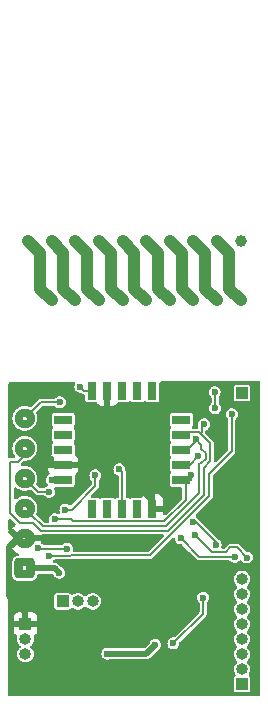
<source format=gbr>
%TF.GenerationSoftware,KiCad,Pcbnew,8.0.8-8.0.8-0~ubuntu22.04.1*%
%TF.CreationDate,2025-02-17T16:41:44+01:00*%
%TF.ProjectId,HB_Stamp_IO_ATMega1284P_FUEL4EP,48425f53-7461-46d7-905f-494f5f41544d,1.5*%
%TF.SameCoordinates,Original*%
%TF.FileFunction,Copper,L2,Bot*%
%TF.FilePolarity,Positive*%
%FSLAX46Y46*%
G04 Gerber Fmt 4.6, Leading zero omitted, Abs format (unit mm)*
G04 Created by KiCad (PCBNEW 8.0.8-8.0.8-0~ubuntu22.04.1) date 2025-02-17 16:41:44*
%MOMM*%
%LPD*%
G01*
G04 APERTURE LIST*
G04 Aperture macros list*
%AMFreePoly0*
4,1,48,0.039158,0.847433,0.114805,0.827164,0.182628,0.788006,0.238006,0.732628,0.277164,0.664805,0.297433,0.589158,0.300000,0.550000,0.300000,-0.550000,0.297433,-0.589158,0.277164,-0.664805,0.238006,-0.732628,0.182628,-0.788006,0.114805,-0.827164,0.039158,-0.847433,0.000000,-0.850000,-1.100000,-0.850000,-1.139158,-0.847433,-1.214805,-0.827164,-1.282628,-0.788006,-1.338006,-0.732628,
-1.377164,-0.664805,-1.397433,-0.589158,-1.400000,-0.550000,-1.400000,0.000000,-0.705291,0.000000,-0.684486,-0.077646,-0.627646,-0.134486,-0.550000,-0.155291,-0.472354,-0.134486,-0.415514,-0.077646,-0.394709,0.000000,-0.415514,0.077645,-0.472354,0.134486,-0.550000,0.155291,-0.627645,0.134486,-0.684486,0.077645,-0.705291,0.000000,-1.400000,0.000000,-1.400000,0.550000,-1.397433,0.589158,
-1.377164,0.664805,-1.338006,0.732628,-1.282628,0.788006,-1.214805,0.827164,-1.139158,0.847433,-1.100000,0.850000,0.000000,0.850000,0.039158,0.847433,0.039158,0.847433,$1*%
%AMFreePoly1*
4,1,49,0.262664,1.358398,0.425000,1.286122,0.568761,1.181673,0.687664,1.049617,0.776514,0.895726,0.831425,0.726725,0.850000,0.550000,0.831425,0.373275,0.776514,0.204274,0.687664,0.050383,0.568761,-0.081673,0.425000,-0.186122,0.262664,-0.258398,0.088849,-0.295344,0.052363,-0.295344,0.052094,-0.295442,-0.052094,-0.295442,-0.052363,-0.295344,-0.088849,-0.295344,-0.262664,-0.258398,
-0.425000,-0.186122,-0.568761,-0.081673,-0.687664,0.050383,-0.776514,0.204274,-0.831425,0.373275,-0.850000,0.550000,-0.155291,0.550000,-0.134486,0.472354,-0.077646,0.415514,0.000000,0.394709,0.077646,0.415514,0.134486,0.472354,0.155291,0.550000,0.134486,0.627645,0.077646,0.684486,0.000000,0.705291,-0.077645,0.684486,-0.134486,0.627645,-0.155291,0.550000,-0.850000,0.550000,
-0.831425,0.726725,-0.776514,0.895726,-0.687664,1.049617,-0.568761,1.181673,-0.425000,1.286122,-0.262664,1.358398,-0.088849,1.395344,0.088849,1.395344,0.262664,1.358398,0.262664,1.358398,$1*%
G04 Aperture macros list end*
%TA.AperFunction,EtchedComponent*%
%ADD10C,1.000000*%
%TD*%
%TA.AperFunction,ComponentPad*%
%ADD11R,1.000000X1.000000*%
%TD*%
%TA.AperFunction,ComponentPad*%
%ADD12O,1.000000X1.000000*%
%TD*%
%TA.AperFunction,ComponentPad*%
%ADD13C,1.000000*%
%TD*%
%TA.AperFunction,SMDPad,CuDef*%
%ADD14R,1.500000X0.800000*%
%TD*%
%TA.AperFunction,SMDPad,CuDef*%
%ADD15R,0.800000X1.500000*%
%TD*%
%TA.AperFunction,SMDPad,CuDef*%
%ADD16C,0.600000*%
%TD*%
%TA.AperFunction,SMDPad,CuDef*%
%ADD17FreePoly0,0.000000*%
%TD*%
%TA.AperFunction,SMDPad,CuDef*%
%ADD18FreePoly1,0.000000*%
%TD*%
%TA.AperFunction,ViaPad*%
%ADD19C,0.600000*%
%TD*%
%TA.AperFunction,Conductor*%
%ADD20C,0.500000*%
%TD*%
%TA.AperFunction,Conductor*%
%ADD21C,0.200000*%
%TD*%
G04 APERTURE END LIST*
D10*
%TO.C,AE1*%
X2049000Y38861500D02*
X3049000Y37861500D01*
X3049000Y37861500D02*
X3049000Y34861500D01*
X3049000Y34861500D02*
X4049000Y33861500D01*
X4049000Y38861500D02*
X5049000Y37861500D01*
X5049000Y37861500D02*
X5049000Y34861500D01*
X5049000Y34861500D02*
X6049000Y33861500D01*
X6049000Y38861500D02*
X7049000Y37861500D01*
X7049000Y37861500D02*
X7049000Y34861500D01*
X7049000Y34861500D02*
X8049000Y33861500D01*
X8049000Y38861500D02*
X9049000Y37861500D01*
X9049000Y37861500D02*
X9049000Y34861500D01*
X9049000Y34861500D02*
X10049000Y33861500D01*
X10049000Y38861500D02*
X11049000Y37861500D01*
X11049000Y37861500D02*
X11049000Y34861500D01*
X11049000Y34861500D02*
X12049000Y33861500D01*
X12049000Y38861500D02*
X13049000Y37861500D01*
X13049000Y37861500D02*
X13049000Y34861500D01*
X13049000Y34861500D02*
X14049000Y33861500D01*
X14049000Y38861500D02*
X15049000Y37861500D01*
X15049000Y37861500D02*
X15049000Y34861500D01*
X15049000Y34861500D02*
X16049000Y33861500D01*
X16049000Y38861500D02*
X17049000Y37861500D01*
X17049000Y37861500D02*
X17049000Y34861500D01*
X17049000Y34861500D02*
X18049000Y33861500D01*
X18049000Y38861500D02*
X19049000Y37861500D01*
X19049000Y37861500D02*
X19049000Y34861500D01*
X19049000Y34861500D02*
X20049000Y33861500D01*
%TD*%
D11*
%TO.P,J1,1,Pin_1*%
%TO.N,GND*%
X1828800Y6451600D03*
D12*
%TO.P,J1,2,Pin_2*%
%TO.N,VCC*%
X1828800Y5181600D03*
%TO.P,J1,3,Pin_3*%
%TO.N,/plusBAT*%
X1828800Y3911600D03*
%TD*%
D13*
%TO.P,AE1,*%
%TO.N,*%
X2049000Y38861500D03*
X4049000Y38861500D03*
X4049000Y33861500D03*
X6049000Y38861500D03*
X6049000Y33861500D03*
X8049000Y38861500D03*
X8049000Y33861500D03*
X10049000Y38861500D03*
X10049000Y33861500D03*
X12049000Y38861500D03*
X12049000Y33861500D03*
X14049000Y38861500D03*
X14049000Y33861500D03*
X16049000Y38861500D03*
X16049000Y33861500D03*
X18049000Y38861500D03*
X18049000Y33861500D03*
X20049000Y38861500D03*
X20049000Y33861500D03*
%TD*%
D11*
%TO.P,J5,1,Pin_1*%
%TO.N,/C3*%
X4978400Y8382000D03*
D12*
%TO.P,J5,2,Pin_2*%
%TO.N,/C4*%
X6248400Y8382000D03*
%TO.P,J5,3,Pin_3*%
%TO.N,/C5*%
X7518400Y8382000D03*
%TD*%
D11*
%TO.P,J6,1,Pin_1*%
%TO.N,/B3*%
X20167600Y26009600D03*
%TD*%
%TO.P,J4,1,Pin_1*%
%TO.N,/A7*%
X20167600Y1371600D03*
D12*
%TO.P,J4,2,Pin_2*%
%TO.N,/A6*%
X20167600Y2641600D03*
%TO.P,J4,3,Pin_3*%
%TO.N,/A5*%
X20167600Y3911600D03*
%TO.P,J4,4,Pin_4*%
%TO.N,/A4*%
X20167600Y5181600D03*
%TO.P,J4,5,Pin_5*%
%TO.N,/SCL*%
X20167600Y6451600D03*
%TO.P,J4,6,Pin_6*%
%TO.N,/SDA*%
X20167600Y7721600D03*
%TO.P,J4,7,Pin_7*%
%TO.N,/A3*%
X20167600Y8991600D03*
%TO.P,J4,8,Pin_8*%
%TO.N,/A2*%
X20167600Y10261600D03*
%TD*%
D14*
%TO.P,Module1,1A,SCK*%
%TO.N,/SCK*%
X15033000Y18669000D03*
D15*
%TO.P,Module1,1B,ANT*%
%TO.N,/ANT*%
X7493000Y26209000D03*
D14*
%TO.P,Module1,1C,VCC*%
%TO.N,VCC*%
X5033000Y18669000D03*
D15*
%TO.P,Module1,1D,GD02*%
%TO.N,unconnected-(Module1-GD02-Pad1D)*%
X7493000Y16209000D03*
D14*
%TO.P,Module1,2A,~{CSN}*%
%TO.N,/SS*%
X15033000Y19939000D03*
D15*
%TO.P,Module1,2B,GND*%
%TO.N,GND*%
X8763000Y26209000D03*
D14*
%TO.P,Module1,2C,GND*%
X5033000Y19939000D03*
D15*
%TO.P,Module1,2D,NC*%
%TO.N,unconnected-(Module1-NC-Pad2D)*%
X8763000Y16209000D03*
D14*
%TO.P,Module1,3A,MOSI*%
%TO.N,/MOSI*%
X15033000Y21209000D03*
D15*
%TO.P,Module1,3B,NC*%
%TO.N,unconnected-(Module1-NC-Pad3B)*%
X10033000Y26209000D03*
D14*
%TO.P,Module1,3C,NC*%
%TO.N,unconnected-(Module1-NC-Pad3C)*%
X5033000Y21209000D03*
D15*
%TO.P,Module1,3D,GD00*%
%TO.N,/D2*%
X10033000Y16209000D03*
D14*
%TO.P,Module1,4A,MISO/GD01*%
%TO.N,/MISO*%
X15033000Y22479000D03*
D15*
%TO.P,Module1,4B,NC*%
%TO.N,unconnected-(Module1-NC-Pad4B)*%
X11303000Y26209000D03*
D14*
%TO.P,Module1,4C,NC*%
%TO.N,unconnected-(Module1-NC-Pad4C)*%
X5033000Y22479000D03*
D15*
%TO.P,Module1,4D,NC*%
%TO.N,unconnected-(Module1-NC-Pad4D)*%
X11303000Y16209000D03*
D14*
%TO.P,Module1,5A,NC*%
%TO.N,unconnected-(Module1-NC-Pad5A)*%
X15033000Y23749000D03*
D15*
%TO.P,Module1,5B,NC*%
%TO.N,unconnected-(Module1-NC-Pad5B)*%
X12573000Y26209000D03*
D14*
%TO.P,Module1,5C,NC*%
%TO.N,unconnected-(Module1-NC-Pad5C)*%
X5033000Y23749000D03*
D15*
%TO.P,Module1,5D,GND*%
%TO.N,GND*%
X12573000Y16209000D03*
%TD*%
D16*
%TO.P,J3,1,Pin_1*%
%TO.N,VCC*%
X1228000Y11176000D03*
X1778000Y10626000D03*
X1778000Y11726000D03*
D17*
X2328000Y11176000D03*
D16*
%TO.P,J3,2,Pin_2*%
%TO.N,GND*%
X1228000Y13716000D03*
D18*
X1778000Y13166000D03*
D16*
X1778000Y14266000D03*
X2328000Y13716000D03*
%TO.P,J3,3,Pin_3*%
%TO.N,/MOSI*%
X1228000Y16256000D03*
D18*
X1778000Y15706000D03*
D16*
X1778000Y16806000D03*
X2328000Y16256000D03*
%TO.P,J3,4,Pin_4*%
%TO.N,/SCK*%
X1228000Y18796000D03*
D18*
X1778000Y18246000D03*
D16*
X1778000Y19346000D03*
X2328000Y18796000D03*
%TO.P,J3,5,Pin_5*%
%TO.N,/MISO*%
X1228000Y21336000D03*
D18*
X1778000Y20786000D03*
D16*
X1778000Y21886000D03*
X2328000Y21336000D03*
%TO.P,J3,6,Pin_6*%
%TO.N,/RSETB*%
X1228000Y23876000D03*
D18*
X1778000Y23326000D03*
D16*
X1778000Y24426000D03*
X2328000Y23876000D03*
%TD*%
D19*
%TO.N,GND*%
X11957454Y13615936D03*
X14224000Y16891000D03*
X12943781Y10146292D03*
X3979911Y20404089D03*
X12700000Y8382000D03*
X6259600Y13081000D03*
X11811000Y19558000D03*
X19431000Y19177000D03*
X5969000Y11684000D03*
X11747500Y17716500D03*
X2413000Y25527000D03*
X9271000Y13716000D03*
X6350000Y23622000D03*
X4345247Y16549501D03*
X12700000Y7239000D03*
X11811000Y22352000D03*
%TO.N,/SS*%
X16474855Y20670249D03*
%TO.N,/D2*%
X9779000Y19558000D03*
%TO.N,/SCL*%
X16044911Y15070089D03*
X17932400Y13157200D03*
%TO.N,/SDA*%
X16154400Y14020800D03*
X20574000Y12090400D03*
%TO.N,/MOSI*%
X16282502Y22098000D03*
%TO.N,/SCK*%
X4318000Y15350001D03*
X3827500Y17653000D03*
X15875355Y19048111D03*
%TO.N,/MISO*%
X16964502Y23368000D03*
%TO.N,VCC*%
X4699000Y10795000D03*
X4064001Y18668999D03*
%TO.N,/plusBAT*%
X14351000Y4826000D03*
X16865600Y8686800D03*
X12828000Y4700000D03*
X8763000Y3937000D03*
%TO.N,/CONFIG*%
X19558000Y12141200D03*
X14986000Y13716000D03*
%TO.N,/RSETB*%
X3859055Y12227500D03*
X19304922Y24235517D03*
X4734500Y25237500D03*
%TO.N,/TXD0*%
X2923399Y12866436D03*
X7747000Y19050000D03*
X5210925Y16153427D03*
X5334000Y12827000D03*
%TO.N,/ANT*%
X6477000Y26543000D03*
%TO.N,/B3*%
X17881600Y24739598D03*
X17847833Y26090400D03*
%TD*%
D20*
%TO.N,GND*%
X3979911Y20212089D02*
X3979911Y20404089D01*
X464200Y12952200D02*
X1228000Y13716000D01*
X5449000Y11291000D02*
X5449000Y10484339D01*
X5588000Y11430000D02*
X5842000Y11684000D01*
X464200Y8806800D02*
X464200Y12952200D01*
X478000Y9876000D02*
X464200Y9889800D01*
X5033000Y19939000D02*
X4253000Y19939000D01*
X5009661Y10045000D02*
X4388339Y10045000D01*
X5588000Y11430000D02*
X5588000Y10541000D01*
X11857390Y13716000D02*
X9271000Y13716000D01*
X4253000Y19939000D02*
X3979911Y20212089D01*
X5588000Y11430000D02*
X5449000Y11291000D01*
X5842000Y11684000D02*
X5969000Y11684000D01*
X12573000Y16209000D02*
X12573000Y16891000D01*
X1778000Y7493000D02*
X464200Y8806800D01*
X1778000Y7493000D02*
X1778000Y6502400D01*
X4388339Y10045000D02*
X4219339Y9876000D01*
X11957454Y13615936D02*
X11857390Y13716000D01*
X12573000Y16891000D02*
X11747500Y17716500D01*
X2328000Y13716000D02*
X9271000Y13716000D01*
X5449000Y10484339D02*
X5009661Y10045000D01*
X464200Y9889800D02*
X464200Y12952200D01*
X4219339Y9876000D02*
X478000Y9876000D01*
D21*
%TO.N,/SS*%
X15305207Y19939000D02*
X15743606Y19939000D01*
X15743606Y19939000D02*
X16474855Y20670249D01*
%TO.N,/D2*%
X10033000Y19304000D02*
X9779000Y19558000D01*
X10033000Y16209000D02*
X10033000Y19304000D01*
%TO.N,/SCL*%
X18034000Y13335000D02*
X18034000Y13258800D01*
X18034000Y13335000D02*
X16298911Y15070089D01*
X18034000Y13258800D02*
X17932400Y13157200D01*
X16298911Y15070089D02*
X16044911Y15070089D01*
%TO.N,/SDA*%
X19187161Y12943600D02*
X19720800Y12943600D01*
X19720800Y12943600D02*
X20574000Y12090400D01*
X17634000Y12541200D02*
X18784761Y12541200D01*
X18784761Y12541200D02*
X19187161Y12943600D01*
X16154400Y14020800D02*
X17634000Y12541200D01*
%TO.N,/MOSI*%
X3283499Y14750501D02*
X2328000Y15706000D01*
X16282502Y22098000D02*
X16723177Y21657325D01*
X17074355Y20918571D02*
X17074355Y20421927D01*
X16723177Y21269749D02*
X17074355Y20918571D01*
X16723177Y21657325D02*
X16723177Y21269749D01*
X13734501Y14750501D02*
X3283499Y14750501D01*
X16510000Y17526000D02*
X13734501Y14750501D01*
X17074355Y20421927D02*
X16723177Y20070749D01*
X16723177Y20070749D02*
X16600571Y20070749D01*
X16510000Y19980178D02*
X16510000Y17526000D01*
X2328000Y15706000D02*
X2328000Y16256000D01*
X16256000Y22098000D02*
X16282502Y22098000D01*
X16600571Y20070749D02*
X16510000Y19980178D01*
X16256000Y21952000D02*
X16256000Y22098000D01*
X15513000Y21209000D02*
X16256000Y21952000D01*
%TO.N,/SCK*%
X15383000Y18669000D02*
X15383000Y16963980D01*
X2921000Y17653000D02*
X3827500Y17653000D01*
X13569022Y15150002D02*
X5853780Y15150002D01*
X5853780Y15150002D02*
X5653781Y15350001D01*
X5653781Y15350001D02*
X4318000Y15350001D01*
X15875000Y18669000D02*
X15033000Y18669000D01*
X15383000Y16963980D02*
X13569022Y15150002D01*
X15875355Y19048111D02*
X15875355Y18669355D01*
X15875355Y18669355D02*
X15875000Y18669000D01*
X2921000Y17653000D02*
X2328000Y18246000D01*
X2328000Y18246000D02*
X1778000Y18246000D01*
%TO.N,/MISO*%
X17473856Y21754468D02*
X17473856Y20256448D01*
X17473856Y20256448D02*
X16909501Y19692093D01*
X15251500Y22697500D02*
X16530824Y22697500D01*
X16764000Y23368000D02*
X16964502Y23368000D01*
X13899980Y14351000D02*
X3118020Y14351000D01*
X558800Y15824200D02*
X558800Y20186000D01*
X16909501Y19692093D02*
X16909501Y17360521D01*
X16764000Y22733000D02*
X16764000Y23368000D01*
X16629662Y22598662D02*
X17473856Y21754468D01*
X1178000Y20186000D02*
X1778000Y20786000D01*
X16530824Y22697500D02*
X16629662Y22598662D01*
X16629662Y22598662D02*
X16764000Y22733000D01*
X558800Y20186000D02*
X1178000Y20186000D01*
X1397000Y14986000D02*
X558800Y15824200D01*
X2483020Y14986000D02*
X1397000Y14986000D01*
X3118020Y14351000D02*
X2483020Y14986000D01*
X16909501Y17360521D02*
X13899980Y14351000D01*
D20*
%TO.N,VCC*%
X2328000Y11176000D02*
X4318000Y11176000D01*
X4318000Y11176000D02*
X4699000Y10795000D01*
X5033000Y18669000D02*
X4064001Y18668999D01*
D21*
%TO.N,/plusBAT*%
X14351000Y4826000D02*
X16865600Y7340600D01*
D20*
X8763000Y3937000D02*
X12065000Y3937000D01*
X12065000Y3937000D02*
X12828000Y4700000D01*
D21*
X16865600Y7340600D02*
X16865600Y8686800D01*
%TO.N,/CONFIG*%
X19557998Y12141198D02*
X19558000Y12141200D01*
X16560802Y12141198D02*
X19557998Y12141198D01*
X14986000Y13716000D02*
X16560802Y12141198D01*
%TO.N,/RSETB*%
X5664388Y12283500D02*
X12397460Y12283500D01*
X3139500Y25237500D02*
X2328000Y24426000D01*
X2328000Y24426000D02*
X1778000Y24426000D01*
X17399000Y19190040D02*
X19304922Y21095962D01*
X3859055Y12227500D02*
X5608388Y12227500D01*
X5608388Y12227500D02*
X5664388Y12283500D01*
X17399000Y17285040D02*
X17399000Y19190040D01*
X19304922Y21095962D02*
X19304922Y24235517D01*
X3139500Y25237500D02*
X4734500Y25237500D01*
X12397460Y12283500D02*
X17399000Y17285040D01*
%TO.N,/TXD0*%
X7747000Y18161000D02*
X7747000Y19050000D01*
X5210925Y16153427D02*
X5739427Y16153427D01*
X5334000Y12827000D02*
X2962835Y12827000D01*
X5739427Y16153427D02*
X7747000Y18161000D01*
X2962835Y12827000D02*
X2923399Y12866436D01*
%TO.N,/ANT*%
X7493000Y26209000D02*
X6811000Y26209000D01*
X6811000Y26209000D02*
X6477000Y26543000D01*
%TO.N,/B3*%
X17881600Y26056633D02*
X17881600Y24739598D01*
X17847833Y26090400D02*
X17881600Y26056633D01*
%TD*%
%TA.AperFunction,Conductor*%
%TO.N,GND*%
G36*
X21658489Y27030649D02*
G01*
X21705300Y26977271D01*
X21717000Y26924247D01*
X21717000Y507000D01*
X21696998Y438879D01*
X21643342Y392386D01*
X21591000Y381000D01*
X507000Y381000D01*
X438879Y401002D01*
X392386Y454658D01*
X381000Y507000D01*
X381000Y6197600D01*
X820800Y6197600D01*
X820800Y5903002D01*
X827305Y5842506D01*
X878355Y5705635D01*
X878355Y5705634D01*
X965895Y5588695D01*
X1082836Y5501154D01*
X1084211Y5500404D01*
X1085318Y5499296D01*
X1090052Y5495753D01*
X1089542Y5495072D01*
X1134413Y5450201D01*
X1149503Y5380826D01*
X1144499Y5358112D01*
X1145483Y5357870D01*
X1143659Y5350471D01*
X1123155Y5181602D01*
X1123155Y5181597D01*
X1143659Y5012728D01*
X1203979Y4853674D01*
X1203981Y4853670D01*
X1300615Y4713672D01*
X1382745Y4640912D01*
X1420470Y4580768D01*
X1419690Y4509775D01*
X1382745Y4452288D01*
X1373226Y4443855D01*
X1309615Y4387500D01*
X1300615Y4379527D01*
X1203981Y4239529D01*
X1203979Y4239525D01*
X1143659Y4080471D01*
X1123155Y3911602D01*
X1123155Y3911597D01*
X1143659Y3742728D01*
X1203979Y3583674D01*
X1203981Y3583670D01*
X1300616Y3443671D01*
X1300618Y3443669D01*
X1427942Y3330870D01*
X1427948Y3330865D01*
X1578574Y3251810D01*
X1578578Y3251808D01*
X1743740Y3211100D01*
X1743744Y3211100D01*
X1913859Y3211100D01*
X2079021Y3251808D01*
X2079025Y3251810D01*
X2229651Y3330865D01*
X2229657Y3330870D01*
X2356981Y3443669D01*
X2356983Y3443671D01*
X2453618Y3583670D01*
X2453620Y3583674D01*
X2513940Y3742728D01*
X2534445Y3911597D01*
X2534445Y3911602D01*
X2531361Y3937000D01*
X8257353Y3937000D01*
X8277835Y3794543D01*
X8337623Y3663626D01*
X8431873Y3554855D01*
X8552946Y3477047D01*
X8691039Y3436500D01*
X8834961Y3436500D01*
X8981700Y3479586D01*
X8982160Y3478017D01*
X9021162Y3486500D01*
X12124308Y3486500D01*
X12124309Y3486500D01*
X12214673Y3510713D01*
X12214673Y3510712D01*
X12238880Y3517199D01*
X12238881Y3517199D01*
X12238887Y3517201D01*
X12238889Y3517202D01*
X12238891Y3517203D01*
X12341610Y3576508D01*
X12341616Y3576513D01*
X12559646Y3794543D01*
X12968733Y4203630D01*
X13022329Y4235430D01*
X13038053Y4240047D01*
X13159126Y4317855D01*
X13165751Y4325500D01*
X13253377Y4426627D01*
X13313165Y4557543D01*
X13333647Y4700000D01*
X13315531Y4826000D01*
X13845353Y4826000D01*
X13865835Y4683543D01*
X13925623Y4552626D01*
X14019873Y4443855D01*
X14140946Y4366047D01*
X14279039Y4325500D01*
X14422961Y4325500D01*
X14561053Y4366047D01*
X14682126Y4443855D01*
X14689433Y4452287D01*
X14776377Y4552627D01*
X14836165Y4683543D01*
X14856647Y4826000D01*
X14855482Y4834099D01*
X14865580Y4904371D01*
X14891103Y4941132D01*
X17106054Y7156082D01*
X17106062Y7156092D01*
X17122936Y7185319D01*
X17145621Y7224611D01*
X17166100Y7301038D01*
X17166100Y8222314D01*
X17186102Y8290435D01*
X17196875Y8304826D01*
X17290976Y8413426D01*
X17290977Y8413427D01*
X17350765Y8544343D01*
X17371247Y8686800D01*
X17350765Y8829257D01*
X17290977Y8960173D01*
X17196728Y9068943D01*
X17075653Y9146753D01*
X16937561Y9187300D01*
X16793639Y9187300D01*
X16655547Y9146753D01*
X16595009Y9107848D01*
X16534473Y9068944D01*
X16534472Y9068943D01*
X16440223Y8960173D01*
X16389876Y8849928D01*
X16380435Y8829256D01*
X16359953Y8686800D01*
X16380435Y8544343D01*
X16440223Y8413426D01*
X16534325Y8304826D01*
X16563818Y8240245D01*
X16565100Y8222314D01*
X16565100Y7517261D01*
X16545098Y7449140D01*
X16528195Y7428166D01*
X14463434Y5363405D01*
X14401122Y5329379D01*
X14374339Y5326500D01*
X14279039Y5326500D01*
X14140947Y5285953D01*
X14080409Y5247048D01*
X14019873Y5208144D01*
X14019872Y5208143D01*
X13925623Y5099373D01*
X13868081Y4973373D01*
X13865835Y4968456D01*
X13845353Y4826000D01*
X13315531Y4826000D01*
X13313165Y4842457D01*
X13253377Y4973373D01*
X13159128Y5082143D01*
X13038053Y5159953D01*
X12899961Y5200500D01*
X12756039Y5200500D01*
X12617947Y5159953D01*
X12557409Y5121048D01*
X12496873Y5082144D01*
X12402623Y4973373D01*
X12402621Y4973370D01*
X12360246Y4880583D01*
X12334728Y4843831D01*
X11915302Y4424405D01*
X11852990Y4390379D01*
X11826207Y4387500D01*
X9021162Y4387500D01*
X8982160Y4395982D01*
X8981700Y4394414D01*
X8834961Y4437500D01*
X8691039Y4437500D01*
X8552947Y4396953D01*
X8542718Y4390379D01*
X8431873Y4319144D01*
X8431872Y4319143D01*
X8337623Y4210373D01*
X8278299Y4080471D01*
X8277835Y4079456D01*
X8257353Y3937000D01*
X2531361Y3937000D01*
X2513940Y4080471D01*
X2453620Y4239525D01*
X2453618Y4239529D01*
X2453618Y4239530D01*
X2356983Y4379529D01*
X2274851Y4452290D01*
X2237128Y4512431D01*
X2237908Y4583423D01*
X2274851Y4640909D01*
X2356983Y4713671D01*
X2453618Y4853670D01*
X2455984Y4859907D01*
X2513940Y5012728D01*
X2534445Y5181597D01*
X2534445Y5181602D01*
X2513940Y5350472D01*
X2512117Y5357871D01*
X2514936Y5358566D01*
X2510500Y5415878D01*
X2544159Y5478388D01*
X2573393Y5500406D01*
X2574762Y5501153D01*
X2691704Y5588695D01*
X2779244Y5705634D01*
X2779244Y5705635D01*
X2830294Y5842506D01*
X2836799Y5903002D01*
X2836800Y5903014D01*
X2836800Y6197600D01*
X2034418Y6197600D01*
X2088864Y6252046D01*
X2131651Y6326155D01*
X2153800Y6408813D01*
X2153800Y6494387D01*
X2131651Y6577045D01*
X2088864Y6651154D01*
X2034418Y6705600D01*
X2082800Y6705600D01*
X2836800Y6705600D01*
X2836800Y7000185D01*
X2836799Y7000197D01*
X2830294Y7060693D01*
X2779244Y7197564D01*
X2779244Y7197565D01*
X2691704Y7314504D01*
X2574765Y7402044D01*
X2437893Y7453094D01*
X2377397Y7459599D01*
X2377385Y7459600D01*
X2082800Y7459600D01*
X2082800Y6705600D01*
X2034418Y6705600D01*
X2028354Y6711664D01*
X1954245Y6754451D01*
X1871587Y6776600D01*
X1786013Y6776600D01*
X1703355Y6754451D01*
X1629246Y6711664D01*
X1568736Y6651154D01*
X1525949Y6577045D01*
X1503800Y6494387D01*
X1503800Y6408813D01*
X1525949Y6326155D01*
X1568736Y6252046D01*
X1623182Y6197600D01*
X820800Y6197600D01*
X381000Y6197600D01*
X381000Y7000197D01*
X820800Y7000197D01*
X820800Y6705600D01*
X1574800Y6705600D01*
X1574800Y7459600D01*
X1280215Y7459600D01*
X1280202Y7459599D01*
X1219706Y7453094D01*
X1082835Y7402044D01*
X1082834Y7402044D01*
X965895Y7314504D01*
X878355Y7197565D01*
X878355Y7197564D01*
X827305Y7060693D01*
X820800Y7000197D01*
X381000Y7000197D01*
X381000Y8901750D01*
X4277900Y8901750D01*
X4277900Y7862249D01*
X4289532Y7803771D01*
X4289533Y7803768D01*
X4333848Y7737448D01*
X4400168Y7693133D01*
X4400171Y7693132D01*
X4458649Y7681500D01*
X4458652Y7681500D01*
X5498150Y7681500D01*
X5556628Y7693132D01*
X5556631Y7693133D01*
X5622952Y7737448D01*
X5653023Y7782452D01*
X5707499Y7827980D01*
X5777942Y7836829D01*
X5841336Y7806768D01*
X5847541Y7801270D01*
X5847548Y7801265D01*
X5998174Y7722210D01*
X5998178Y7722208D01*
X6163340Y7681500D01*
X6163344Y7681500D01*
X6333459Y7681500D01*
X6498621Y7722208D01*
X6498625Y7722210D01*
X6649251Y7801265D01*
X6649257Y7801270D01*
X6776581Y7914069D01*
X6776584Y7914072D01*
X6779706Y7918595D01*
X6834866Y7963293D01*
X6905435Y7971074D01*
X6969008Y7939468D01*
X6987094Y7918595D01*
X6990215Y7914072D01*
X6990218Y7914069D01*
X7117542Y7801270D01*
X7117548Y7801265D01*
X7268174Y7722210D01*
X7268178Y7722208D01*
X7433340Y7681500D01*
X7433344Y7681500D01*
X7603459Y7681500D01*
X7768621Y7722208D01*
X7768625Y7722210D01*
X7919251Y7801265D01*
X7919257Y7801270D01*
X8046581Y7914069D01*
X8046583Y7914071D01*
X8143218Y8054070D01*
X8143220Y8054074D01*
X8203540Y8213128D01*
X8224045Y8381997D01*
X8224045Y8382002D01*
X8203540Y8550871D01*
X8143220Y8709925D01*
X8143218Y8709929D01*
X8143218Y8709930D01*
X8046583Y8849929D01*
X7919252Y8962734D01*
X7768625Y9041790D01*
X7603456Y9082500D01*
X7433344Y9082500D01*
X7433340Y9082499D01*
X7268178Y9041791D01*
X7268176Y9041790D01*
X7268175Y9041790D01*
X7153393Y8981547D01*
X7117548Y8962734D01*
X7117542Y8962729D01*
X7077252Y8927035D01*
X6990217Y8849929D01*
X6987095Y8845406D01*
X6931939Y8800708D01*
X6861371Y8792924D01*
X6797796Y8824528D01*
X6779706Y8845404D01*
X6776583Y8849929D01*
X6649252Y8962734D01*
X6498625Y9041790D01*
X6333456Y9082500D01*
X6163344Y9082500D01*
X6163340Y9082499D01*
X5998178Y9041791D01*
X5998176Y9041790D01*
X5998175Y9041790D01*
X5883393Y8981547D01*
X5847548Y8962734D01*
X5847542Y8962729D01*
X5841340Y8957235D01*
X5777087Y8927035D01*
X5706707Y8936367D01*
X5653026Y8981543D01*
X5622952Y9026552D01*
X5556631Y9070867D01*
X5498148Y9082500D01*
X4458652Y9082500D01*
X4400169Y9070867D01*
X4333848Y9026552D01*
X4291202Y8962729D01*
X4289533Y8960231D01*
X4289532Y8960228D01*
X4277900Y8901750D01*
X381000Y8901750D01*
X381000Y12939434D01*
X398977Y13000661D01*
X397140Y13002456D01*
X381000Y13064155D01*
X381000Y13182894D01*
X401002Y13251015D01*
X423553Y13270555D01*
X423449Y13270660D01*
X868789Y13715999D01*
X868787Y13716001D01*
X1587210Y13716001D01*
X1587210Y13715999D01*
X1777999Y13525209D01*
X1778000Y13525210D01*
X1778000Y13906790D01*
X1777999Y13906790D01*
X1587210Y13716001D01*
X868787Y13716001D01*
X427342Y14157445D01*
X407772Y14171452D01*
X381542Y14237425D01*
X381000Y14249104D01*
X381000Y14367842D01*
X400384Y14433861D01*
X387930Y14451352D01*
X381000Y14492563D01*
X381000Y15272837D01*
X401002Y15340958D01*
X454658Y15387451D01*
X524932Y15397555D01*
X589512Y15368061D01*
X596096Y15361932D01*
X966644Y14991383D01*
X1000669Y14929071D01*
X995604Y14858255D01*
X953057Y14801420D01*
X951608Y14800351D01*
X904571Y14766178D01*
X824875Y14694419D01*
X705309Y14561625D01*
X642278Y14474871D01*
X642274Y14474864D01*
X621467Y14438827D01*
X621468Y14438827D01*
X653830Y14471189D01*
X716142Y14505215D01*
X786957Y14500150D01*
X832020Y14471189D01*
X1227999Y14075210D01*
X1228000Y14075210D01*
X1623978Y14471189D01*
X1686291Y14505214D01*
X1757106Y14500150D01*
X1764560Y14495360D01*
X1798094Y14495360D01*
X1816142Y14505215D01*
X1886957Y14500150D01*
X1932020Y14471189D01*
X2433208Y13970000D01*
X3119375Y13970000D01*
X3146739Y14003793D01*
X3205152Y14044146D01*
X3244660Y14050500D01*
X13435299Y14050500D01*
X13503420Y14030498D01*
X13549913Y13976842D01*
X13560017Y13906568D01*
X13530523Y13841988D01*
X13524394Y13835405D01*
X12309894Y12620905D01*
X12247582Y12586879D01*
X12220799Y12584000D01*
X5950121Y12584000D01*
X5882000Y12604002D01*
X5835507Y12657658D01*
X5825403Y12727931D01*
X5826790Y12737580D01*
X5839647Y12827000D01*
X5819165Y12969457D01*
X5759377Y13100373D01*
X5665128Y13209143D01*
X5544053Y13286953D01*
X5405961Y13327500D01*
X5262039Y13327500D01*
X5123947Y13286953D01*
X5098595Y13270660D01*
X5002873Y13209144D01*
X5002872Y13209143D01*
X4970150Y13171379D01*
X4969811Y13170988D01*
X4910085Y13132604D01*
X4874586Y13127500D01*
X3416985Y13127500D01*
X3348864Y13147502D01*
X3321761Y13170987D01*
X3282489Y13216309D01*
X3254527Y13248579D01*
X3168926Y13303591D01*
X3122435Y13357243D01*
X3112330Y13427517D01*
X3113802Y13435786D01*
X3119374Y13462000D01*
X2433210Y13462000D01*
X1932021Y12960810D01*
X1869708Y12926785D01*
X1798893Y12931849D01*
X1791438Y12936640D01*
X1757906Y12936640D01*
X1739857Y12926784D01*
X1669042Y12931849D01*
X1623978Y12960810D01*
X1228000Y13356790D01*
X832021Y12960810D01*
X769708Y12926785D01*
X698893Y12931849D01*
X653830Y12960810D01*
X621468Y12993171D01*
X621467Y12993170D01*
X642273Y12957135D01*
X642274Y12957134D01*
X705309Y12870374D01*
X824875Y12737580D01*
X904573Y12665820D01*
X1049126Y12560797D01*
X1142009Y12507172D01*
X1222350Y12471401D01*
X1276446Y12425420D01*
X1297094Y12357493D01*
X1277741Y12289185D01*
X1224530Y12242184D01*
X1187546Y12231373D01*
X1135318Y12224498D01*
X1059018Y12204054D01*
X1009454Y12183524D01*
X1009442Y12183517D01*
X941048Y12144030D01*
X941042Y12144026D01*
X898494Y12111377D01*
X898485Y12111370D01*
X898479Y12111364D01*
X898472Y12111358D01*
X842641Y12055527D01*
X842634Y12055519D01*
X842630Y12055515D01*
X842624Y12055508D01*
X842622Y12055505D01*
X809973Y12012957D01*
X809969Y12012951D01*
X776007Y11954126D01*
X770476Y11944546D01*
X749946Y11894982D01*
X729502Y11818682D01*
X729502Y11818680D01*
X729499Y11818668D01*
X722500Y11765500D01*
X722500Y11186034D01*
X722353Y11183993D01*
X722352Y11168036D01*
X722500Y11165968D01*
X722500Y10586499D01*
X729499Y10533331D01*
X729502Y10533319D01*
X749945Y10457020D01*
X770477Y10407452D01*
X770482Y10407442D01*
X809969Y10339048D01*
X809973Y10339042D01*
X842622Y10296494D01*
X842641Y10296472D01*
X898472Y10240641D01*
X898494Y10240622D01*
X941042Y10207973D01*
X941048Y10207969D01*
X1009442Y10168482D01*
X1009452Y10168477D01*
X1059020Y10147945D01*
X1107392Y10134984D01*
X1135318Y10127502D01*
X1135320Y10127501D01*
X1135331Y10127499D01*
X1188499Y10120500D01*
X1188504Y10120500D01*
X2367500Y10120500D01*
X2420668Y10127499D01*
X2420677Y10127501D01*
X2420682Y10127502D01*
X2476532Y10142466D01*
X2496979Y10147945D01*
X2496980Y10147945D01*
X2496982Y10147946D01*
X2546546Y10168476D01*
X2546552Y10168479D01*
X2546557Y10168482D01*
X2614951Y10207969D01*
X2614957Y10207973D01*
X2657505Y10240622D01*
X2657508Y10240624D01*
X2657515Y10240630D01*
X2657519Y10240634D01*
X2657527Y10240641D01*
X2678488Y10261602D01*
X19461955Y10261602D01*
X19461955Y10261597D01*
X19482459Y10092728D01*
X19542779Y9933674D01*
X19542781Y9933670D01*
X19639415Y9793672D01*
X19721545Y9720912D01*
X19759270Y9660768D01*
X19758490Y9589775D01*
X19721545Y9532288D01*
X19639415Y9459527D01*
X19542781Y9319529D01*
X19542779Y9319525D01*
X19482459Y9160471D01*
X19461955Y8991602D01*
X19461955Y8991597D01*
X19482459Y8822728D01*
X19542779Y8663674D01*
X19542781Y8663670D01*
X19639415Y8523672D01*
X19721545Y8450912D01*
X19759270Y8390768D01*
X19758490Y8319775D01*
X19721545Y8262288D01*
X19639415Y8189527D01*
X19542781Y8049529D01*
X19542779Y8049525D01*
X19482459Y7890471D01*
X19461955Y7721602D01*
X19461955Y7721597D01*
X19482459Y7552728D01*
X19542779Y7393674D01*
X19542781Y7393670D01*
X19639415Y7253672D01*
X19721545Y7180912D01*
X19759270Y7120768D01*
X19758490Y7049775D01*
X19721545Y6992288D01*
X19639415Y6919527D01*
X19542781Y6779529D01*
X19542779Y6779525D01*
X19482459Y6620471D01*
X19461955Y6451602D01*
X19461955Y6451597D01*
X19482459Y6282728D01*
X19542779Y6123674D01*
X19542781Y6123670D01*
X19639415Y5983672D01*
X19721545Y5910912D01*
X19759270Y5850768D01*
X19758490Y5779775D01*
X19721545Y5722288D01*
X19639415Y5649527D01*
X19542781Y5509529D01*
X19542779Y5509525D01*
X19482459Y5350471D01*
X19461955Y5181602D01*
X19461955Y5181597D01*
X19482459Y5012728D01*
X19542779Y4853674D01*
X19542781Y4853670D01*
X19639415Y4713672D01*
X19721545Y4640912D01*
X19759270Y4580768D01*
X19758490Y4509775D01*
X19721545Y4452288D01*
X19712026Y4443855D01*
X19648415Y4387500D01*
X19639415Y4379527D01*
X19542781Y4239529D01*
X19542779Y4239525D01*
X19482459Y4080471D01*
X19461955Y3911602D01*
X19461955Y3911597D01*
X19482459Y3742728D01*
X19542779Y3583674D01*
X19542781Y3583670D01*
X19639415Y3443672D01*
X19721545Y3370912D01*
X19759270Y3310768D01*
X19758490Y3239775D01*
X19721545Y3182288D01*
X19639415Y3109527D01*
X19542781Y2969529D01*
X19542779Y2969525D01*
X19482459Y2810471D01*
X19461955Y2641602D01*
X19461955Y2641597D01*
X19482459Y2472728D01*
X19542779Y2313674D01*
X19542781Y2313670D01*
X19604430Y2224357D01*
X19626666Y2156932D01*
X19608919Y2088189D01*
X19570737Y2048017D01*
X19523048Y2016152D01*
X19523047Y2016151D01*
X19478733Y1949831D01*
X19478732Y1949828D01*
X19467100Y1891350D01*
X19467100Y851849D01*
X19478732Y793371D01*
X19478733Y793368D01*
X19523048Y727048D01*
X19589368Y682733D01*
X19589371Y682732D01*
X19647849Y671100D01*
X19647852Y671100D01*
X20687350Y671100D01*
X20745828Y682732D01*
X20745831Y682733D01*
X20812152Y727048D01*
X20856467Y793369D01*
X20868100Y851852D01*
X20868100Y1891348D01*
X20856467Y1949831D01*
X20812152Y2016152D01*
X20764460Y2048018D01*
X20718936Y2102492D01*
X20710087Y2172935D01*
X20730769Y2224357D01*
X20792418Y2313670D01*
X20792420Y2313674D01*
X20852740Y2472728D01*
X20873245Y2641597D01*
X20873245Y2641602D01*
X20852740Y2810471D01*
X20792420Y2969525D01*
X20792418Y2969529D01*
X20792418Y2969530D01*
X20695783Y3109529D01*
X20613651Y3182290D01*
X20575928Y3242431D01*
X20576708Y3313423D01*
X20613651Y3370909D01*
X20695783Y3443671D01*
X20792418Y3583670D01*
X20822742Y3663627D01*
X20852740Y3742728D01*
X20873245Y3911597D01*
X20873245Y3911602D01*
X20852740Y4080471D01*
X20792420Y4239525D01*
X20792418Y4239529D01*
X20792418Y4239530D01*
X20695783Y4379529D01*
X20613651Y4452290D01*
X20575928Y4512431D01*
X20576708Y4583423D01*
X20613651Y4640909D01*
X20695783Y4713671D01*
X20792418Y4853670D01*
X20794784Y4859907D01*
X20852740Y5012728D01*
X20873245Y5181597D01*
X20873245Y5181602D01*
X20852740Y5350471D01*
X20849842Y5358112D01*
X20792418Y5509530D01*
X20695783Y5649529D01*
X20613651Y5722290D01*
X20575928Y5782431D01*
X20576708Y5853423D01*
X20613651Y5910909D01*
X20695783Y5983671D01*
X20792418Y6123670D01*
X20793530Y6126600D01*
X20852740Y6282728D01*
X20873245Y6451597D01*
X20873245Y6451602D01*
X20852740Y6620471D01*
X20820455Y6705600D01*
X20792418Y6779530D01*
X20695783Y6919529D01*
X20613651Y6992290D01*
X20575928Y7052431D01*
X20576708Y7123423D01*
X20613651Y7180909D01*
X20695783Y7253671D01*
X20792418Y7393670D01*
X20805501Y7428166D01*
X20852740Y7552728D01*
X20873245Y7721597D01*
X20873245Y7721602D01*
X20852740Y7890471D01*
X20792420Y8049525D01*
X20792418Y8049529D01*
X20792418Y8049530D01*
X20695783Y8189529D01*
X20613651Y8262290D01*
X20575928Y8322431D01*
X20576708Y8393423D01*
X20613651Y8450909D01*
X20695783Y8523671D01*
X20792418Y8663670D01*
X20852740Y8822728D01*
X20862335Y8901750D01*
X20873245Y8991597D01*
X20873245Y8991602D01*
X20852740Y9160471D01*
X20842565Y9187300D01*
X20792418Y9319530D01*
X20695783Y9459529D01*
X20613651Y9532290D01*
X20575928Y9592431D01*
X20576708Y9663423D01*
X20613651Y9720909D01*
X20695783Y9793671D01*
X20792418Y9933670D01*
X20852740Y10092728D01*
X20866733Y10207969D01*
X20873245Y10261597D01*
X20873245Y10261602D01*
X20852740Y10430471D01*
X20842672Y10457018D01*
X20805379Y10555353D01*
X20792420Y10589525D01*
X20792418Y10589529D01*
X20792418Y10589530D01*
X20695783Y10729529D01*
X20568452Y10842334D01*
X20417825Y10921390D01*
X20252656Y10962100D01*
X20082544Y10962100D01*
X20082540Y10962099D01*
X19917378Y10921391D01*
X19917376Y10921390D01*
X19917375Y10921390D01*
X19766748Y10842334D01*
X19766742Y10842329D01*
X19639418Y10729530D01*
X19639416Y10729528D01*
X19542781Y10589529D01*
X19542779Y10589525D01*
X19482459Y10430471D01*
X19461955Y10261602D01*
X2678488Y10261602D01*
X2713358Y10296472D01*
X2713364Y10296479D01*
X2713370Y10296485D01*
X2746028Y10339045D01*
X2785524Y10407454D01*
X2806054Y10457018D01*
X2826498Y10533318D01*
X2833500Y10586504D01*
X2833500Y10599500D01*
X2853502Y10667621D01*
X2907158Y10714114D01*
X2959500Y10725500D01*
X4079206Y10725500D01*
X4147327Y10705498D01*
X4168304Y10688593D01*
X4205732Y10651163D01*
X4231247Y10614414D01*
X4273622Y10521627D01*
X4273623Y10521626D01*
X4367873Y10412855D01*
X4488946Y10335047D01*
X4627039Y10294500D01*
X4770961Y10294500D01*
X4909053Y10335047D01*
X5030126Y10412855D01*
X5124376Y10521626D01*
X5124377Y10521627D01*
X5184165Y10652543D01*
X5204647Y10795000D01*
X5184165Y10937457D01*
X5124377Y11068373D01*
X5030128Y11177143D01*
X4909053Y11254953D01*
X4893332Y11259568D01*
X4839733Y11291368D01*
X4594614Y11536489D01*
X4491887Y11595799D01*
X4467673Y11602286D01*
X4377309Y11626500D01*
X4275428Y11626500D01*
X4207307Y11646502D01*
X4160814Y11700158D01*
X4150710Y11770432D01*
X4180204Y11835012D01*
X4187813Y11842622D01*
X4203891Y11861177D01*
X4223245Y11883512D01*
X4282970Y11921896D01*
X4318469Y11927000D01*
X5647953Y11927000D01*
X5724374Y11947477D01*
X5756662Y11966119D01*
X5819662Y11983000D01*
X12437025Y11983000D01*
X12513445Y12003477D01*
X12513448Y12003478D01*
X12513449Y12003479D01*
X12581971Y12043040D01*
X12637920Y12098989D01*
X14274026Y13735095D01*
X14336338Y13769121D01*
X14407153Y13764056D01*
X14463989Y13721509D01*
X14487838Y13663932D01*
X14500833Y13573549D01*
X14500835Y13573543D01*
X14560623Y13442626D01*
X14654873Y13333855D01*
X14775946Y13256047D01*
X14914039Y13215500D01*
X15009338Y13215500D01*
X15077459Y13195498D01*
X15098433Y13178595D01*
X15716232Y12560797D01*
X16320342Y11956687D01*
X16348316Y11928713D01*
X16376289Y11900739D01*
X16376292Y11900737D01*
X16444816Y11861175D01*
X16521236Y11840698D01*
X16521240Y11840698D01*
X16600364Y11840698D01*
X19098588Y11840698D01*
X19166709Y11820696D01*
X19193810Y11797212D01*
X19201800Y11787992D01*
X19226873Y11759055D01*
X19347946Y11681247D01*
X19486039Y11640700D01*
X19629961Y11640700D01*
X19768053Y11681247D01*
X19889126Y11759055D01*
X19894711Y11765500D01*
X19949286Y11828483D01*
X20009011Y11866867D01*
X20080008Y11866867D01*
X20139734Y11828484D01*
X20146339Y11819662D01*
X20242873Y11708255D01*
X20363946Y11630447D01*
X20502039Y11589900D01*
X20645961Y11589900D01*
X20784053Y11630447D01*
X20905126Y11708255D01*
X20956503Y11767547D01*
X20999377Y11817027D01*
X21059165Y11947943D01*
X21079647Y12090400D01*
X21059165Y12232857D01*
X20999377Y12363773D01*
X20905128Y12472543D01*
X20784053Y12550353D01*
X20645961Y12590900D01*
X20550661Y12590900D01*
X20482540Y12610902D01*
X20461565Y12627805D01*
X20205543Y12883827D01*
X19905311Y13184060D01*
X19890764Y13192458D01*
X19883326Y13196753D01*
X19883322Y13196754D01*
X19883310Y13196762D01*
X19836789Y13223621D01*
X19760362Y13244100D01*
X19226723Y13244100D01*
X19147599Y13244100D01*
X19071173Y13223622D01*
X19071168Y13223619D01*
X19046097Y13209144D01*
X19002650Y13184060D01*
X18697193Y12878603D01*
X18634883Y12844580D01*
X18608100Y12841700D01*
X18534599Y12841700D01*
X18466478Y12861702D01*
X18419985Y12915358D01*
X18409881Y12985632D01*
X18415820Y13005864D01*
X18415026Y13006098D01*
X18417562Y13014736D01*
X18417565Y13014743D01*
X18438047Y13157200D01*
X18417565Y13299657D01*
X18357777Y13430573D01*
X18263528Y13539343D01*
X18250014Y13548026D01*
X18229042Y13564927D01*
X18218511Y13575460D01*
X16502984Y15290985D01*
X16477471Y15327732D01*
X16470288Y15343462D01*
X16376039Y15452232D01*
X16273270Y15518277D01*
X16226781Y15571928D01*
X16216676Y15642202D01*
X16246169Y15706783D01*
X16252299Y15713367D01*
X17639454Y17100522D01*
X17639462Y17100532D01*
X17669466Y17152500D01*
X17679022Y17169052D01*
X17699500Y17245478D01*
X17699500Y17324602D01*
X17699500Y19013378D01*
X17719502Y19081499D01*
X17736405Y19102473D01*
X19545376Y20911444D01*
X19545384Y20911454D01*
X19584941Y20979969D01*
X19584944Y20979974D01*
X19605422Y21056400D01*
X19605422Y21135524D01*
X19605422Y23771031D01*
X19625424Y23839152D01*
X19636197Y23853543D01*
X19730298Y23962143D01*
X19730299Y23962144D01*
X19790087Y24093060D01*
X19810569Y24235517D01*
X19790087Y24377974D01*
X19730299Y24508890D01*
X19636050Y24617660D01*
X19514975Y24695470D01*
X19376883Y24736017D01*
X19232961Y24736017D01*
X19094869Y24695470D01*
X19066764Y24677408D01*
X18973795Y24617661D01*
X18973794Y24617660D01*
X18879545Y24508890D01*
X18819757Y24377974D01*
X18805620Y24279645D01*
X18799275Y24235517D01*
X18819757Y24093060D01*
X18879545Y23962143D01*
X18973647Y23853543D01*
X19003140Y23788962D01*
X19004422Y23771031D01*
X19004422Y21272623D01*
X18984420Y21204502D01*
X18967517Y21183528D01*
X17989451Y20205462D01*
X17927139Y20171436D01*
X17856324Y20176501D01*
X17799488Y20219048D01*
X17774677Y20285568D01*
X17774356Y20294557D01*
X17774356Y21794029D01*
X17774355Y21794032D01*
X17767939Y21817981D01*
X17753880Y21870448D01*
X17753878Y21870456D01*
X17714316Y21938979D01*
X17093823Y22559470D01*
X17059800Y22621781D01*
X17061213Y22681173D01*
X17064500Y22693438D01*
X17064500Y22772562D01*
X17064500Y22781409D01*
X17084502Y22849530D01*
X17138158Y22896023D01*
X17154999Y22902304D01*
X17174550Y22908045D01*
X17174552Y22908046D01*
X17174555Y22908047D01*
X17251087Y22957231D01*
X17295629Y22985856D01*
X17323484Y23018002D01*
X17389879Y23094627D01*
X17449667Y23225543D01*
X17470149Y23368000D01*
X17449667Y23510457D01*
X17389879Y23641373D01*
X17295630Y23750143D01*
X17174555Y23827953D01*
X17036463Y23868500D01*
X16892541Y23868500D01*
X16754449Y23827953D01*
X16693911Y23789048D01*
X16633375Y23750144D01*
X16539125Y23641373D01*
X16479337Y23510456D01*
X16479335Y23510451D01*
X16466817Y23423386D01*
X16463809Y23408718D01*
X16463499Y23407563D01*
X16463225Y23405480D01*
X16462218Y23391389D01*
X16458855Y23367999D01*
X16462218Y23344607D01*
X16463500Y23326678D01*
X16463500Y23124000D01*
X16443498Y23055879D01*
X16389842Y23009386D01*
X16337500Y22998000D01*
X16025295Y22998000D01*
X15957174Y23018002D01*
X15910681Y23071658D01*
X15900577Y23141932D01*
X15923536Y23192204D01*
X15920657Y23194129D01*
X15948718Y23236125D01*
X15971867Y23270769D01*
X15983500Y23329252D01*
X15983500Y24168748D01*
X15971867Y24227231D01*
X15927552Y24293552D01*
X15861231Y24337867D01*
X15802748Y24349500D01*
X14263252Y24349500D01*
X14204769Y24337867D01*
X14138448Y24293552D01*
X14099670Y24235517D01*
X14094133Y24227231D01*
X14094132Y24227228D01*
X14082500Y24168750D01*
X14082500Y23329249D01*
X14094132Y23270771D01*
X14094133Y23270768D01*
X14138450Y23204444D01*
X14139800Y23203095D01*
X14141802Y23199427D01*
X14145343Y23194129D01*
X14144868Y23193812D01*
X14173826Y23140783D01*
X14168761Y23069968D01*
X14139800Y23024905D01*
X14138450Y23023555D01*
X14094133Y22957231D01*
X14094132Y22957228D01*
X14082500Y22898750D01*
X14082500Y22059249D01*
X14094132Y22000771D01*
X14094133Y22000768D01*
X14138450Y21934444D01*
X14139800Y21933095D01*
X14141802Y21929427D01*
X14145343Y21924129D01*
X14144868Y21923812D01*
X14173826Y21870783D01*
X14168761Y21799968D01*
X14139800Y21754905D01*
X14138450Y21753555D01*
X14094133Y21687231D01*
X14094132Y21687228D01*
X14082500Y21628750D01*
X14082500Y20789249D01*
X14094132Y20730771D01*
X14094133Y20730768D01*
X14138450Y20664444D01*
X14139800Y20663095D01*
X14141802Y20659427D01*
X14145343Y20654129D01*
X14144868Y20653812D01*
X14173826Y20600783D01*
X14168761Y20529968D01*
X14139800Y20484905D01*
X14138450Y20483555D01*
X14094133Y20417231D01*
X14094132Y20417228D01*
X14082500Y20358750D01*
X14082500Y19519249D01*
X14094132Y19460771D01*
X14094133Y19460768D01*
X14138450Y19394444D01*
X14139800Y19393095D01*
X14141802Y19389427D01*
X14145343Y19384129D01*
X14144868Y19383812D01*
X14173826Y19330783D01*
X14168761Y19259968D01*
X14139800Y19214905D01*
X14138450Y19213555D01*
X14094133Y19147231D01*
X14094132Y19147228D01*
X14082500Y19088750D01*
X14082500Y18249249D01*
X14094132Y18190771D01*
X14094133Y18190768D01*
X14138448Y18124448D01*
X14204768Y18080133D01*
X14204771Y18080132D01*
X14263249Y18068500D01*
X14263252Y18068500D01*
X14956500Y18068500D01*
X15024621Y18048498D01*
X15071114Y17994842D01*
X15082500Y17942500D01*
X15082500Y17140641D01*
X15062498Y17072520D01*
X15045595Y17051546D01*
X13696095Y15702046D01*
X13633783Y15668020D01*
X13562968Y15673085D01*
X13506132Y15715632D01*
X13481321Y15782152D01*
X13481000Y15791141D01*
X13481000Y15955000D01*
X12699000Y15955000D01*
X12630879Y15975002D01*
X12584386Y16028658D01*
X12573000Y16081000D01*
X12573000Y16209000D01*
X12445000Y16209000D01*
X12376879Y16229002D01*
X12330386Y16282658D01*
X12319000Y16335000D01*
X12319000Y16463000D01*
X12827000Y16463000D01*
X13481000Y16463000D01*
X13481000Y17007585D01*
X13480999Y17007597D01*
X13474494Y17068093D01*
X13423444Y17204964D01*
X13423444Y17204965D01*
X13335904Y17321904D01*
X13218965Y17409444D01*
X13082093Y17460494D01*
X13021597Y17466999D01*
X13021585Y17467000D01*
X12827000Y17467000D01*
X12827000Y16463000D01*
X12319000Y16463000D01*
X12319000Y17467000D01*
X12124415Y17467000D01*
X12124402Y17466999D01*
X12063906Y17460494D01*
X11927035Y17409444D01*
X11927034Y17409444D01*
X11810095Y17321904D01*
X11726318Y17209991D01*
X11669482Y17167444D01*
X11625450Y17159500D01*
X10883252Y17159500D01*
X10824769Y17147867D01*
X10789755Y17124471D01*
X10758444Y17103549D01*
X10757095Y17102200D01*
X10753427Y17100197D01*
X10748129Y17096657D01*
X10747812Y17097131D01*
X10694783Y17068174D01*
X10623968Y17073239D01*
X10578905Y17102200D01*
X10577555Y17103549D01*
X10577553Y17103550D01*
X10577552Y17103552D01*
X10511231Y17147867D01*
X10452748Y17159500D01*
X10452747Y17159500D01*
X10447161Y17160050D01*
X10381327Y17186626D01*
X10340311Y17244577D01*
X10333500Y17285444D01*
X10333500Y19343562D01*
X10333499Y19343565D01*
X10313023Y19419982D01*
X10313022Y19419982D01*
X10313021Y19419989D01*
X10296221Y19449086D01*
X10279483Y19518078D01*
X10280620Y19529997D01*
X10284647Y19558000D01*
X10264165Y19700457D01*
X10204377Y19831373D01*
X10110128Y19940143D01*
X9989053Y20017953D01*
X9850961Y20058500D01*
X9707039Y20058500D01*
X9568947Y20017953D01*
X9509771Y19979923D01*
X9447873Y19940144D01*
X9447872Y19940143D01*
X9353623Y19831373D01*
X9304546Y19723909D01*
X9293835Y19700456D01*
X9273353Y19558000D01*
X9293835Y19415543D01*
X9353623Y19284626D01*
X9447873Y19175855D01*
X9568946Y19098047D01*
X9641999Y19076597D01*
X9701725Y19038213D01*
X9731218Y18973632D01*
X9732500Y18955701D01*
X9732500Y17285444D01*
X9712498Y17217323D01*
X9658842Y17170830D01*
X9618839Y17160050D01*
X9613252Y17159500D01*
X9554769Y17147867D01*
X9519755Y17124471D01*
X9488444Y17103549D01*
X9487095Y17102200D01*
X9483427Y17100197D01*
X9478129Y17096657D01*
X9477812Y17097131D01*
X9424783Y17068174D01*
X9353968Y17073239D01*
X9308905Y17102200D01*
X9307555Y17103549D01*
X9307553Y17103550D01*
X9307552Y17103552D01*
X9241231Y17147867D01*
X9182748Y17159500D01*
X8343252Y17159500D01*
X8284769Y17147867D01*
X8249755Y17124471D01*
X8218444Y17103549D01*
X8217095Y17102200D01*
X8213427Y17100197D01*
X8208129Y17096657D01*
X8207812Y17097131D01*
X8154783Y17068174D01*
X8083968Y17073239D01*
X8038905Y17102200D01*
X8037555Y17103549D01*
X8037553Y17103550D01*
X8037552Y17103552D01*
X7971231Y17147867D01*
X7912748Y17159500D01*
X7912747Y17159500D01*
X7474661Y17159500D01*
X7406540Y17179502D01*
X7360047Y17233158D01*
X7349943Y17303432D01*
X7379437Y17368012D01*
X7385552Y17374581D01*
X7987460Y17976489D01*
X7999283Y17996967D01*
X8027021Y18045011D01*
X8027956Y18048498D01*
X8047499Y18121434D01*
X8047500Y18121438D01*
X8047500Y18585514D01*
X8067502Y18653635D01*
X8078275Y18668026D01*
X8172376Y18776626D01*
X8172377Y18776627D01*
X8232165Y18907543D01*
X8252647Y19050000D01*
X8232165Y19192457D01*
X8172377Y19323373D01*
X8078128Y19432143D01*
X7957053Y19509953D01*
X7818961Y19550500D01*
X7675039Y19550500D01*
X7536947Y19509953D01*
X7534008Y19508064D01*
X7415873Y19432144D01*
X7415872Y19432143D01*
X7321623Y19323373D01*
X7261835Y19192457D01*
X7248897Y19102473D01*
X7241353Y19050000D01*
X7261835Y18907543D01*
X7321623Y18776626D01*
X7415725Y18668026D01*
X7445218Y18603445D01*
X7446500Y18585514D01*
X7446500Y18337661D01*
X7426498Y18269540D01*
X7409595Y18248566D01*
X5707803Y16546774D01*
X5645491Y16512748D01*
X5574676Y16517813D01*
X5550558Y16532134D01*
X5549635Y16530698D01*
X5477059Y16577339D01*
X5420978Y16613380D01*
X5282886Y16653927D01*
X5138964Y16653927D01*
X5000872Y16613380D01*
X4958778Y16586328D01*
X4879798Y16535571D01*
X4879797Y16535570D01*
X4785548Y16426800D01*
X4725760Y16295884D01*
X4716937Y16234519D01*
X4705278Y16153427D01*
X4725760Y16010970D01*
X4725760Y16010969D01*
X4759566Y15936945D01*
X4769669Y15866671D01*
X4740176Y15802090D01*
X4680450Y15763707D01*
X4609453Y15763707D01*
X4576835Y15778603D01*
X4528053Y15809954D01*
X4389961Y15850501D01*
X4246039Y15850501D01*
X4107947Y15809954D01*
X4047775Y15771284D01*
X3986873Y15732145D01*
X3986872Y15732144D01*
X3892623Y15623374D01*
X3832835Y15492458D01*
X3812353Y15350001D01*
X3823447Y15272837D01*
X3834118Y15198623D01*
X3831378Y15198229D01*
X3831382Y15141509D01*
X3793002Y15081781D01*
X3728423Y15052285D01*
X3710484Y15051001D01*
X3460161Y15051001D01*
X3392040Y15071003D01*
X3371066Y15087905D01*
X3251427Y15207544D01*
X2772295Y15686674D01*
X2738272Y15748985D01*
X2743336Y15819800D01*
X2746287Y15827020D01*
X2754231Y15844861D01*
X2754235Y15844871D01*
X2796516Y15975002D01*
X2809447Y16014799D01*
X2818379Y16056821D01*
X2837056Y16234519D01*
X2837056Y16277481D01*
X2818379Y16455179D01*
X2809447Y16497201D01*
X2771698Y16613380D01*
X2754235Y16667128D01*
X2754228Y16667145D01*
X2736766Y16706365D01*
X2736763Y16706370D01*
X2736759Y16706380D01*
X2647420Y16861119D01*
X2622169Y16895875D01*
X2502611Y17028659D01*
X2470683Y17057406D01*
X2326130Y17162429D01*
X2308327Y17172707D01*
X2288939Y17183902D01*
X2288932Y17183905D01*
X2288926Y17183909D01*
X2125696Y17256584D01*
X2084837Y17269860D01*
X1910065Y17307009D01*
X1867339Y17311500D01*
X1688661Y17311500D01*
X1645935Y17307009D01*
X1471163Y17269860D01*
X1471158Y17269858D01*
X1471156Y17269858D01*
X1459347Y17266020D01*
X1430304Y17256584D01*
X1267074Y17183909D01*
X1267072Y17183908D01*
X1267060Y17183902D01*
X1229875Y17162432D01*
X1229869Y17162429D01*
X1199881Y17140641D01*
X1085317Y17057406D01*
X1085307Y17057397D01*
X1085303Y17057394D01*
X1069609Y17043263D01*
X1005602Y17012546D01*
X935148Y17021311D01*
X880617Y17066775D01*
X859323Y17134502D01*
X859300Y17136900D01*
X859300Y17915099D01*
X879302Y17983220D01*
X932958Y18029713D01*
X1003232Y18039817D01*
X1067812Y18010323D01*
X1069596Y18008748D01*
X1082681Y17996967D01*
X1085315Y17994596D01*
X1085321Y17994591D01*
X1229869Y17889570D01*
X1229875Y17889567D01*
X1267060Y17868097D01*
X1267072Y17868091D01*
X1430303Y17795416D01*
X1471156Y17782141D01*
X1645933Y17744991D01*
X1688659Y17740500D01*
X1688661Y17740500D01*
X1867340Y17740500D01*
X1910066Y17744991D01*
X2084843Y17782141D01*
X2125696Y17795416D01*
X2204287Y17830407D01*
X2274654Y17839841D01*
X2338951Y17809735D01*
X2344631Y17804396D01*
X2736486Y17412542D01*
X2736492Y17412537D01*
X2805007Y17372980D01*
X2805014Y17372977D01*
X2840484Y17363473D01*
X2881438Y17352500D01*
X2960562Y17352500D01*
X3368086Y17352500D01*
X3436207Y17332498D01*
X3463309Y17309013D01*
X3465047Y17307008D01*
X3496373Y17270855D01*
X3617446Y17193047D01*
X3755539Y17152500D01*
X3899461Y17152500D01*
X4037553Y17193047D01*
X4158626Y17270855D01*
X4171268Y17285444D01*
X4252877Y17379627D01*
X4312665Y17510543D01*
X4333147Y17653000D01*
X4312665Y17795457D01*
X4269415Y17890158D01*
X4259312Y17960432D01*
X4288806Y18025012D01*
X4348532Y18063396D01*
X4384030Y18068500D01*
X5802750Y18068500D01*
X5861228Y18080132D01*
X5861231Y18080133D01*
X5910347Y18112952D01*
X5927552Y18124448D01*
X5971867Y18190769D01*
X5983500Y18249252D01*
X5983500Y18991450D01*
X6003502Y19059571D01*
X6033991Y19092318D01*
X6145904Y19176095D01*
X6233444Y19293034D01*
X6233444Y19293035D01*
X6284494Y19429906D01*
X6290999Y19490402D01*
X6291000Y19490414D01*
X6291000Y19685000D01*
X3775000Y19685000D01*
X3775000Y19490402D01*
X3781505Y19429906D01*
X3832555Y19293035D01*
X3832557Y19293032D01*
X3841337Y19281303D01*
X3866145Y19214782D01*
X3851051Y19145409D01*
X3808586Y19099800D01*
X3732874Y19051143D01*
X3732873Y19051142D01*
X3638624Y18942372D01*
X3578836Y18811456D01*
X3573828Y18776626D01*
X3558354Y18668999D01*
X3578836Y18526542D01*
X3638624Y18395625D01*
X3701195Y18323414D01*
X3730688Y18258833D01*
X3720583Y18188559D01*
X3674090Y18134904D01*
X3641468Y18120006D01*
X3617447Y18112953D01*
X3566378Y18080133D01*
X3496373Y18035144D01*
X3496372Y18035143D01*
X3474866Y18010323D01*
X3463311Y17996988D01*
X3403585Y17958604D01*
X3368086Y17953500D01*
X3097662Y17953500D01*
X3029541Y17973502D01*
X3008567Y17990404D01*
X2950473Y18048498D01*
X2772295Y18226674D01*
X2738272Y18288984D01*
X2743336Y18359800D01*
X2746287Y18367020D01*
X2754231Y18384861D01*
X2754235Y18384871D01*
X2800266Y18526542D01*
X2809447Y18554799D01*
X2818379Y18596821D01*
X2837056Y18774519D01*
X2837056Y18817481D01*
X2818379Y18995179D01*
X2809447Y19037201D01*
X2759002Y19192456D01*
X2754235Y19207128D01*
X2754228Y19207145D01*
X2736766Y19246365D01*
X2736763Y19246370D01*
X2736759Y19246380D01*
X2647420Y19401119D01*
X2622169Y19435875D01*
X2502611Y19568659D01*
X2470683Y19597406D01*
X2326130Y19702429D01*
X2308327Y19712707D01*
X2288939Y19723902D01*
X2288932Y19723905D01*
X2288926Y19723909D01*
X2125696Y19796584D01*
X2084837Y19809860D01*
X1910065Y19847009D01*
X1867339Y19851500D01*
X1688661Y19851500D01*
X1645935Y19847009D01*
X1576951Y19832346D01*
X1506160Y19837747D01*
X1449527Y19880563D01*
X1425033Y19947200D01*
X1440453Y20016502D01*
X1461658Y20044687D01*
X1660566Y20243595D01*
X1722878Y20277621D01*
X1749661Y20280500D01*
X1867340Y20280500D01*
X1910066Y20284991D01*
X2084843Y20322141D01*
X2125696Y20335416D01*
X2242897Y20387597D01*
X3775000Y20387597D01*
X3775000Y20193000D01*
X6291000Y20193000D01*
X6291000Y20387585D01*
X6290999Y20387597D01*
X6284494Y20448093D01*
X6233444Y20584964D01*
X6233444Y20584965D01*
X6145904Y20701904D01*
X6033991Y20785681D01*
X5991444Y20842516D01*
X5983500Y20886549D01*
X5983500Y21628746D01*
X5983500Y21628748D01*
X5971867Y21687231D01*
X5927552Y21753552D01*
X5927550Y21753553D01*
X5927549Y21753555D01*
X5926200Y21754905D01*
X5924197Y21758572D01*
X5920657Y21763871D01*
X5921131Y21764187D01*
X5892174Y21817217D01*
X5897239Y21888032D01*
X5926200Y21933095D01*
X5927549Y21934444D01*
X5930577Y21938975D01*
X5971867Y22000769D01*
X5983500Y22059252D01*
X5983500Y22898748D01*
X5971867Y22957231D01*
X5927552Y23023552D01*
X5927550Y23023553D01*
X5927549Y23023555D01*
X5926200Y23024905D01*
X5924197Y23028572D01*
X5920657Y23033871D01*
X5921131Y23034187D01*
X5892174Y23087217D01*
X5897239Y23158032D01*
X5926200Y23203095D01*
X5927549Y23204444D01*
X5948718Y23236125D01*
X5971867Y23270769D01*
X5983500Y23329252D01*
X5983500Y24168748D01*
X5971867Y24227231D01*
X5927552Y24293552D01*
X5861231Y24337867D01*
X5802748Y24349500D01*
X4263252Y24349500D01*
X4204769Y24337867D01*
X4138448Y24293552D01*
X4099670Y24235517D01*
X4094133Y24227231D01*
X4094132Y24227228D01*
X4082500Y24168750D01*
X4082500Y23329249D01*
X4094132Y23270771D01*
X4094133Y23270768D01*
X4138450Y23204444D01*
X4139800Y23203095D01*
X4141802Y23199427D01*
X4145343Y23194129D01*
X4144868Y23193812D01*
X4173826Y23140783D01*
X4168761Y23069968D01*
X4139800Y23024905D01*
X4138450Y23023555D01*
X4094133Y22957231D01*
X4094132Y22957228D01*
X4082500Y22898750D01*
X4082500Y22059249D01*
X4094132Y22000771D01*
X4094133Y22000768D01*
X4138450Y21934444D01*
X4139800Y21933095D01*
X4141802Y21929427D01*
X4145343Y21924129D01*
X4144868Y21923812D01*
X4173826Y21870783D01*
X4168761Y21799968D01*
X4139800Y21754905D01*
X4138450Y21753555D01*
X4094133Y21687231D01*
X4094132Y21687228D01*
X4082500Y21628750D01*
X4082500Y20886549D01*
X4062498Y20818428D01*
X4032009Y20785681D01*
X3920095Y20701904D01*
X3832555Y20584965D01*
X3832555Y20584964D01*
X3781505Y20448093D01*
X3775000Y20387597D01*
X2242897Y20387597D01*
X2288927Y20408091D01*
X2288939Y20408097D01*
X2326124Y20429567D01*
X2326130Y20429570D01*
X2420303Y20497991D01*
X2470683Y20534594D01*
X2476132Y20539500D01*
X2502600Y20563330D01*
X2502604Y20563334D01*
X2502607Y20563337D01*
X2502611Y20563341D01*
X2622169Y20696125D01*
X2626368Y20701904D01*
X2647415Y20730873D01*
X2647424Y20730887D01*
X2736755Y20885612D01*
X2736766Y20885634D01*
X2754228Y20924854D01*
X2754235Y20924871D01*
X2809445Y21094794D01*
X2809447Y21094799D01*
X2818379Y21136821D01*
X2837056Y21314519D01*
X2837056Y21357481D01*
X2818379Y21535179D01*
X2809447Y21577201D01*
X2754233Y21747133D01*
X2736759Y21786380D01*
X2647420Y21941119D01*
X2622169Y21975875D01*
X2502611Y22108659D01*
X2470683Y22137406D01*
X2326130Y22242429D01*
X2308327Y22252707D01*
X2288939Y22263902D01*
X2288932Y22263905D01*
X2288926Y22263909D01*
X2125696Y22336584D01*
X2084837Y22349860D01*
X1910065Y22387009D01*
X1867339Y22391500D01*
X1688661Y22391500D01*
X1645935Y22387009D01*
X1471163Y22349860D01*
X1471158Y22349858D01*
X1471156Y22349858D01*
X1459347Y22346020D01*
X1430304Y22336584D01*
X1267074Y22263909D01*
X1267072Y22263908D01*
X1267060Y22263902D01*
X1229875Y22242432D01*
X1229869Y22242429D01*
X1165545Y22195695D01*
X1085317Y22137406D01*
X1085304Y22137394D01*
X1053399Y22108669D01*
X1053395Y22108665D01*
X1053392Y22108661D01*
X1053389Y22108659D01*
X1008901Y22059249D01*
X933830Y21975874D01*
X933826Y21975869D01*
X908584Y21941126D01*
X908575Y21941112D01*
X819244Y21786387D01*
X819233Y21786365D01*
X801771Y21747145D01*
X801764Y21747128D01*
X746554Y21577205D01*
X737621Y21535179D01*
X718943Y21357478D01*
X719983Y21340115D01*
X719308Y21317558D01*
X718944Y21314532D01*
X718944Y21314518D01*
X737620Y21136821D01*
X746554Y21094794D01*
X801764Y20924871D01*
X801771Y20924854D01*
X819233Y20885634D01*
X819244Y20885612D01*
X908575Y20730887D01*
X908584Y20730873D01*
X933826Y20696130D01*
X935910Y20693557D01*
X935092Y20692895D01*
X963931Y20632802D01*
X955166Y20562349D01*
X909703Y20507818D01*
X841975Y20486523D01*
X839577Y20486500D01*
X510979Y20486500D01*
X510979Y20488999D01*
X453302Y20497991D01*
X400201Y20545117D01*
X381000Y20611976D01*
X381000Y23897478D01*
X718943Y23897478D01*
X719983Y23880115D01*
X719308Y23857558D01*
X718944Y23854532D01*
X718944Y23854518D01*
X737620Y23676821D01*
X746554Y23634794D01*
X801764Y23464871D01*
X801771Y23464854D01*
X819233Y23425634D01*
X819244Y23425612D01*
X908575Y23270887D01*
X908584Y23270873D01*
X933826Y23236130D01*
X933830Y23236125D01*
X1053395Y23103334D01*
X1053399Y23103330D01*
X1085304Y23074605D01*
X1085321Y23074591D01*
X1229869Y22969570D01*
X1229875Y22969567D01*
X1267060Y22948097D01*
X1267072Y22948091D01*
X1430303Y22875416D01*
X1471156Y22862141D01*
X1645933Y22824991D01*
X1688659Y22820500D01*
X1688661Y22820500D01*
X1867340Y22820500D01*
X1910066Y22824991D01*
X2084843Y22862141D01*
X2125696Y22875416D01*
X2288927Y22948091D01*
X2288939Y22948097D01*
X2326124Y22969567D01*
X2326130Y22969570D01*
X2415067Y23034187D01*
X2470683Y23074594D01*
X2492932Y23094626D01*
X2502600Y23103330D01*
X2502604Y23103334D01*
X2502607Y23103337D01*
X2502611Y23103341D01*
X2622169Y23236125D01*
X2622173Y23236130D01*
X2647415Y23270873D01*
X2647424Y23270887D01*
X2736755Y23425612D01*
X2736766Y23425634D01*
X2754228Y23464854D01*
X2754235Y23464871D01*
X2809445Y23634794D01*
X2809447Y23634799D01*
X2818379Y23676821D01*
X2837056Y23854519D01*
X2837056Y23897481D01*
X2818379Y24075179D01*
X2809447Y24117201D01*
X2771004Y24235517D01*
X2754235Y24287128D01*
X2754230Y24287139D01*
X2754227Y24287145D01*
X2746287Y24304977D01*
X2736850Y24375343D01*
X2766953Y24439642D01*
X2772297Y24445326D01*
X3227066Y24900095D01*
X3289378Y24934121D01*
X3316161Y24937000D01*
X4275086Y24937000D01*
X4343207Y24916998D01*
X4370311Y24893512D01*
X4403373Y24855355D01*
X4524446Y24777547D01*
X4662539Y24737000D01*
X4806461Y24737000D01*
X4944553Y24777547D01*
X5065626Y24855355D01*
X5084018Y24876580D01*
X5159877Y24964127D01*
X5219665Y25095043D01*
X5240147Y25237500D01*
X5219665Y25379957D01*
X5159877Y25510873D01*
X5065628Y25619643D01*
X4944553Y25697453D01*
X4806461Y25738000D01*
X4662539Y25738000D01*
X4524447Y25697453D01*
X4476862Y25666872D01*
X4403373Y25619644D01*
X4370311Y25581488D01*
X4310585Y25543104D01*
X4275086Y25538000D01*
X3099938Y25538000D01*
X3023511Y25517521D01*
X2975587Y25489852D01*
X2954989Y25477960D01*
X2954984Y25477955D01*
X2954981Y25477953D01*
X2344631Y24867603D01*
X2282319Y24833577D01*
X2211504Y24838642D01*
X2204305Y24841584D01*
X2125696Y24876584D01*
X2084837Y24889860D01*
X1910065Y24927009D01*
X1867339Y24931500D01*
X1688661Y24931500D01*
X1645935Y24927009D01*
X1471163Y24889860D01*
X1471158Y24889858D01*
X1471156Y24889858D01*
X1459347Y24886020D01*
X1430304Y24876584D01*
X1267074Y24803909D01*
X1267072Y24803908D01*
X1267060Y24803902D01*
X1229875Y24782432D01*
X1229869Y24782429D01*
X1223150Y24777547D01*
X1085317Y24677406D01*
X1085304Y24677394D01*
X1053399Y24648669D01*
X1053395Y24648665D01*
X1053392Y24648661D01*
X1053389Y24648659D01*
X950910Y24534844D01*
X933830Y24515874D01*
X933826Y24515869D01*
X908584Y24481126D01*
X908575Y24481112D01*
X819244Y24326387D01*
X819233Y24326365D01*
X801771Y24287145D01*
X801764Y24287128D01*
X746554Y24117205D01*
X737621Y24075179D01*
X718943Y23897478D01*
X381000Y23897478D01*
X381000Y26798747D01*
X401002Y26866868D01*
X454658Y26913361D01*
X506250Y26924745D01*
X5919019Y26956963D01*
X5987258Y26937367D01*
X6034069Y26883989D01*
X6044591Y26813776D01*
X6034383Y26778623D01*
X6003090Y26710100D01*
X5991835Y26685456D01*
X5971353Y26543000D01*
X5991835Y26400543D01*
X6051623Y26269626D01*
X6145873Y26160855D01*
X6266946Y26083047D01*
X6405039Y26042500D01*
X6500339Y26042500D01*
X6568460Y26022498D01*
X6589435Y26005594D01*
X6626483Y25968544D01*
X6626490Y25968539D01*
X6695014Y25928977D01*
X6771434Y25908500D01*
X6779626Y25907422D01*
X6779274Y25904749D01*
X6834621Y25888498D01*
X6881114Y25834842D01*
X6892500Y25782500D01*
X6892500Y25439249D01*
X6904132Y25380771D01*
X6904133Y25380768D01*
X6948448Y25314448D01*
X7014768Y25270133D01*
X7014771Y25270132D01*
X7073249Y25258500D01*
X7815450Y25258500D01*
X7883571Y25238498D01*
X7916318Y25208009D01*
X8000095Y25096095D01*
X8117034Y25008555D01*
X8253906Y24957505D01*
X8314402Y24951000D01*
X8509000Y24951000D01*
X8509000Y26083000D01*
X8529002Y26151121D01*
X8582658Y26197614D01*
X8635000Y26209000D01*
X8891000Y26209000D01*
X8959121Y26188998D01*
X9005614Y26135342D01*
X9017000Y26083000D01*
X9017000Y24951000D01*
X9211597Y24951000D01*
X9272093Y24957505D01*
X9408964Y25008555D01*
X9408965Y25008555D01*
X9525904Y25096095D01*
X9609682Y25208009D01*
X9666518Y25250556D01*
X9710550Y25258500D01*
X10452750Y25258500D01*
X10511228Y25270132D01*
X10511231Y25270133D01*
X10577555Y25314450D01*
X10578905Y25315800D01*
X10582572Y25317802D01*
X10587871Y25321343D01*
X10588187Y25320868D01*
X10641217Y25349826D01*
X10712032Y25344761D01*
X10757095Y25315800D01*
X10758444Y25314450D01*
X10824768Y25270133D01*
X10824771Y25270132D01*
X10883249Y25258500D01*
X10883252Y25258500D01*
X11722750Y25258500D01*
X11781228Y25270132D01*
X11781231Y25270133D01*
X11847555Y25314450D01*
X11848905Y25315800D01*
X11852572Y25317802D01*
X11857871Y25321343D01*
X11858187Y25320868D01*
X11911217Y25349826D01*
X11982032Y25344761D01*
X12027095Y25315800D01*
X12028444Y25314450D01*
X12094768Y25270133D01*
X12094771Y25270132D01*
X12153249Y25258500D01*
X12153252Y25258500D01*
X12992750Y25258500D01*
X13051228Y25270132D01*
X13051231Y25270133D01*
X13117552Y25314448D01*
X13161867Y25380769D01*
X13173500Y25439252D01*
X13173500Y26090400D01*
X17342186Y26090400D01*
X17362668Y25947943D01*
X17422456Y25817026D01*
X17516706Y25708256D01*
X17516707Y25708255D01*
X17523225Y25704066D01*
X17569716Y25650409D01*
X17581100Y25598071D01*
X17581100Y25204083D01*
X17561098Y25135962D01*
X17550326Y25121573D01*
X17456223Y25012971D01*
X17396435Y24882055D01*
X17392596Y24855355D01*
X17375953Y24739598D01*
X17396435Y24597141D01*
X17456223Y24466224D01*
X17550473Y24357453D01*
X17671546Y24279645D01*
X17809639Y24239098D01*
X17953561Y24239098D01*
X18091653Y24279645D01*
X18212726Y24357453D01*
X18230508Y24377974D01*
X18306977Y24466225D01*
X18366765Y24597141D01*
X18387247Y24739598D01*
X18366765Y24882055D01*
X18306977Y25012971D01*
X18212874Y25121571D01*
X18183382Y25186152D01*
X18182100Y25204083D01*
X18182100Y25664883D01*
X18202102Y25733004D01*
X18212874Y25747394D01*
X18235038Y25772973D01*
X18273210Y25817027D01*
X18332998Y25947943D01*
X18353480Y26090400D01*
X18332998Y26232857D01*
X18273210Y26363773D01*
X18178961Y26472543D01*
X18090567Y26529350D01*
X19467100Y26529350D01*
X19467100Y25489852D01*
X19478732Y25431371D01*
X19478733Y25431368D01*
X19523048Y25365048D01*
X19589368Y25320733D01*
X19589371Y25320732D01*
X19647849Y25309100D01*
X19647852Y25309100D01*
X20687350Y25309100D01*
X20745828Y25320732D01*
X20745831Y25320733D01*
X20746744Y25321343D01*
X20812152Y25365048D01*
X20856467Y25431369D01*
X20868100Y25489852D01*
X20868100Y26529348D01*
X20856467Y26587831D01*
X20812152Y26654152D01*
X20745831Y26698467D01*
X20687348Y26710100D01*
X19647852Y26710100D01*
X19589369Y26698467D01*
X19523048Y26654152D01*
X19480784Y26590900D01*
X19478733Y26587831D01*
X19478732Y26587828D01*
X19467100Y26529350D01*
X18090567Y26529350D01*
X18057886Y26550353D01*
X17919794Y26590900D01*
X17775872Y26590900D01*
X17637780Y26550353D01*
X17577242Y26511448D01*
X17516706Y26472544D01*
X17516705Y26472543D01*
X17422456Y26363773D01*
X17379461Y26269627D01*
X17362668Y26232856D01*
X17342186Y26090400D01*
X13173500Y26090400D01*
X13173500Y26874892D01*
X13193502Y26943013D01*
X13247158Y26989506D01*
X13298750Y27000890D01*
X21590250Y27050245D01*
X21658489Y27030649D01*
G37*
%TD.AperFunction*%
%TD*%
M02*

</source>
